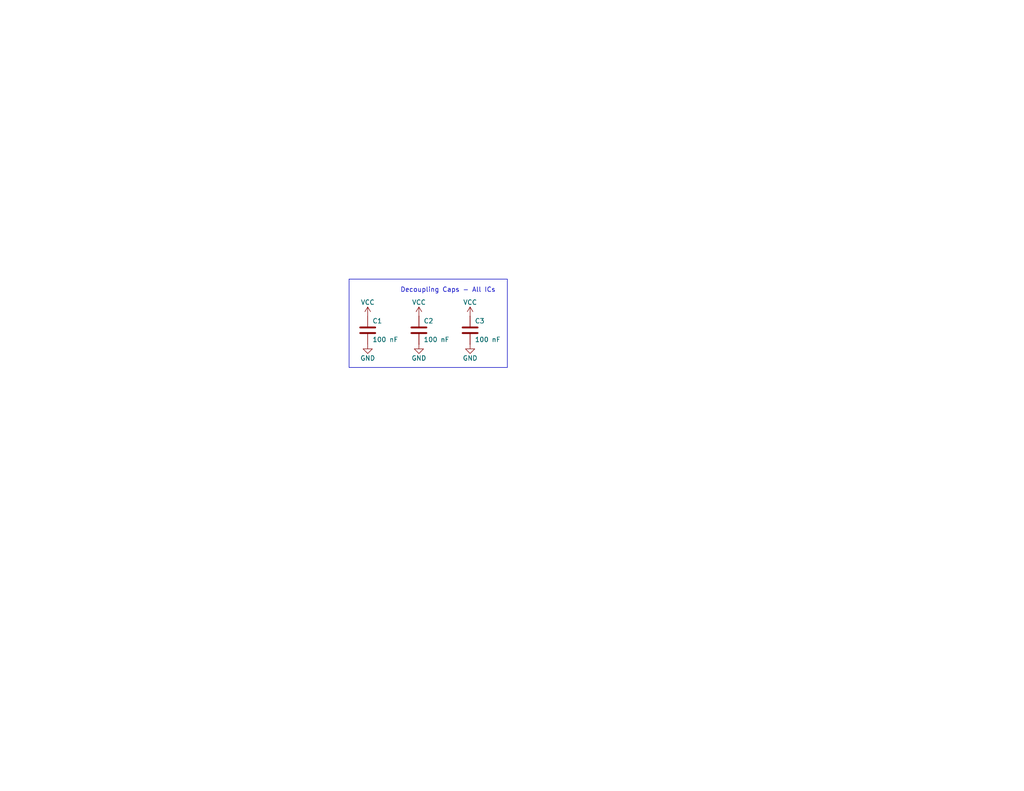
<source format=kicad_sch>
(kicad_sch (version 20231120) (generator "eeschema") (generator_version "8.0")
  (paper "A")
  (lib_symbols
    (symbol "Device:C" (pin_numbers hide) (pin_names (offset 0.254))
      (property "Reference" "C" (at 0.635 2.54 0))
      (property "Value" "C" (at 0.635 -2.54 0))
      (symbol "C_0_1"
        (polyline (pts (xy -2.032 -0.762) (xy 2.032 -0.762)) (stroke (width 0.508)))
        (polyline (pts (xy -2.032 0.762) (xy 2.032 0.762)) (stroke (width 0.508)))
      )
      (symbol "C_1_1"
        (pin passive line (at 0 3.81 270) (length 2.794) (name "~") (number "1"))
        (pin passive line (at 0 -3.81 90) (length 2.794) (name "~") (number "2"))
      )
    )
    (symbol "power:GND" (power) (pin_numbers hide) (pin_names (offset 0) hide)
      (property "Value" "GND" (at 0 -3.81 0))
      (symbol "GND_0_1"
        (polyline (pts (xy 0 0) (xy 0 -1.27) (xy 1.27 -1.27) (xy 0 -2.54) (xy -1.27 -1.27) (xy 0 -1.27)))
      )
      (symbol "GND_1_1"
        (pin power_in line (at 0 0 270) (length 0) (name "~") (number "1"))
      )
    )
    (symbol "power:VCC" (power) (pin_numbers hide) (pin_names (offset 0) hide)
      (property "Value" "VCC" (at 0 3.556 0))
      (symbol "VCC_0_1"
        (polyline (pts (xy -0.762 1.27) (xy 0 2.54)))
        (polyline (pts (xy 0 0) (xy 0 2.54)))
        (polyline (pts (xy 0 2.54) (xy 0.762 1.27)))
      )
      (symbol "VCC_1_1"
        (pin power_in line (at 0 0 90) (length 0) (name "~") (number "1"))
      )
    )
  )
  (rectangle (start 95.25 76.2) (end 138.43 100.33))
  (text "Decoupling Caps - All ICs" (at 109.22 80.01 0) (effects (font (size 1.27 1.27)) (justify left bottom)))
  (symbol (lib_id "power:GND") (at 128.27 93.98 0) (unit 1)
    (property "Reference" "#PWR021" (effects (hide yes)))
    (property "Value" "GND" (at 128.27 97.79 0))
    (property "Description" "Power symbol creates a global label with name \"GND\" , ground" (effects (hide yes)))
  )
  (symbol (lib_id "power:VCC") (at 128.27 86.36 0) (unit 1)
    (property "Reference" "#PWR020" (effects (hide yes)))
    (property "Value" "VCC" (at 128.27 82.55 0))
    (property "Description" "Power symbol creates a global label with name \"VCC\"" (effects (hide yes)))
  )
  (symbol (lib_id "power:VCC") (at 114.3 86.36 0) (unit 1)
    (property "Reference" "#PWR013" (effects (hide yes)))
    (property "Value" "VCC" (at 114.3 82.55 0))
    (property "Description" "Power symbol creates a global label with name \"VCC\"" (effects (hide yes)))
  )
  (symbol (lib_id "Device:C") (at 114.3 90.17 0) (unit 1)
    (property "Reference" "C2" (at 115.57 87.63 0) (effects (justify left)))
    (property "Value" "100 nF" (at 115.57 92.71 0) (effects (justify left)))
    (property "Footprint" "Z80 Parts:C_Disc_D3.0mm_W1.6mm_P2.54mm" (effects (hide yes)))
    (property "Description" "Unpolarized capacitor" (effects (hide yes)))
  )
  (symbol (lib_id "Device:C") (at 100.33 90.17 0) (unit 1)
    (property "Reference" "C1" (at 101.6 87.63 0) (effects (justify left)))
    (property "Value" "100 nF" (at 101.6 92.71 0) (effects (justify left)))
    (property "Footprint" "Z80 Parts:C_Disc_D3.0mm_W1.6mm_P2.54mm" (effects (hide yes)))
    (property "Description" "Unpolarized capacitor" (effects (hide yes)))
  )
  (symbol (lib_id "power:GND") (at 114.3 93.98 0) (unit 1)
    (property "Reference" "#PWR014" (effects (hide yes)))
    (property "Value" "GND" (at 114.3 97.79 0))
    (property "Description" "Power symbol creates a global label with name \"GND\" , ground" (effects (hide yes)))
  )
  (symbol (lib_id "Device:C") (at 128.27 90.17 0) (unit 1)
    (property "Reference" "C3" (at 129.54 87.63 0) (effects (justify left)))
    (property "Value" "100 nF" (at 129.54 92.71 0) (effects (justify left)))
    (property "Footprint" "Z80 Parts:C_Disc_D3.0mm_W1.6mm_P2.54mm" (effects (hide yes)))
    (property "Description" "Unpolarized capacitor" (effects (hide yes)))
  )
  (symbol (lib_id "power:GND") (at 100.33 93.98 0) (unit 1)
    (property "Reference" "#PWR011" (effects (hide yes)))
    (property "Value" "GND" (at 100.33 97.79 0))
    (property "Description" "Power symbol creates a global label with name \"GND\" , ground" (effects (hide yes)))
  )
  (symbol (lib_id "power:VCC") (at 100.33 86.36 0) (unit 1)
    (property "Reference" "#PWR010" (effects (hide yes)))
    (property "Value" "VCC" (at 100.33 82.55 0))
    (property "Description" "Power symbol creates a global label with name \"VCC\"" (effects (hide yes)))
  )
)
</source>
